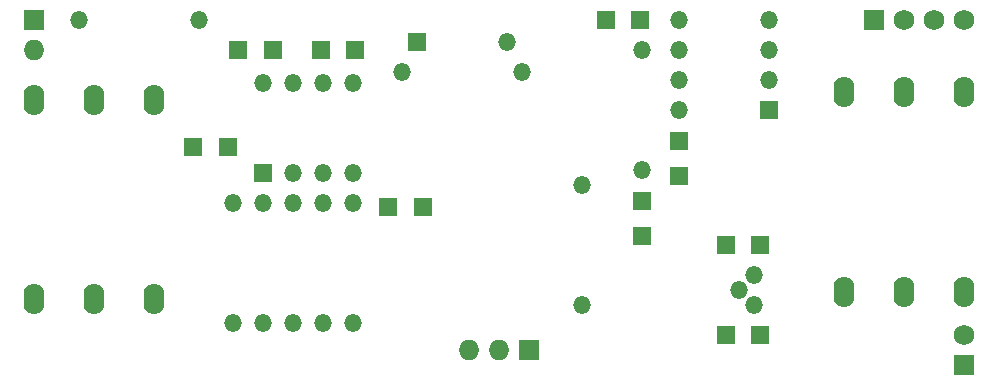
<source format=gbs>
G04 (created by PCBNEW (22-Jun-2014 BZR 4027)-stable) date Sun 11 Feb 2018 06:49:22 AM CST*
%MOIN*%
G04 Gerber Fmt 3.4, Leading zero omitted, Abs format*
%FSLAX34Y34*%
G01*
G70*
G90*
G04 APERTURE LIST*
%ADD10C,0.00590551*%
%ADD11R,0.069X0.069*%
%ADD12O,0.069X0.069*%
%ADD13C,0.069*%
%ADD14O,0.059X0.059*%
%ADD15R,0.059X0.059*%
%ADD16R,0.064X0.059*%
%ADD17R,0.059X0.064*%
%ADD18O,0.069X0.1035*%
G04 APERTURE END LIST*
G54D10*
G54D11*
X63000Y-75500D03*
G54D12*
X62000Y-75500D03*
X61000Y-75500D03*
G54D11*
X74500Y-64500D03*
G54D13*
X75500Y-64500D03*
X76500Y-64500D03*
X77500Y-64500D03*
G54D14*
X70500Y-74000D03*
X70000Y-73500D03*
X70500Y-73000D03*
G54D11*
X77500Y-76000D03*
G54D13*
X77500Y-75000D03*
G54D11*
X46500Y-64500D03*
G54D12*
X46500Y-65500D03*
G54D15*
X54125Y-69625D03*
G54D14*
X55125Y-69625D03*
X56125Y-69625D03*
X57125Y-69625D03*
X57125Y-66625D03*
X56125Y-66625D03*
X54125Y-66625D03*
X55125Y-66625D03*
G54D15*
X71000Y-67500D03*
G54D14*
X71000Y-66500D03*
X71000Y-65500D03*
X71000Y-64500D03*
X68000Y-64500D03*
X68000Y-65500D03*
X68000Y-67500D03*
X68000Y-66500D03*
G54D15*
X59250Y-65250D03*
G54D14*
X62250Y-65250D03*
G54D16*
X58300Y-70750D03*
X59450Y-70750D03*
X66700Y-64500D03*
X65550Y-64500D03*
X70700Y-72000D03*
X69550Y-72000D03*
G54D17*
X68000Y-68550D03*
X68000Y-69700D03*
G54D16*
X70700Y-75000D03*
X69550Y-75000D03*
X54450Y-65500D03*
X53300Y-65500D03*
X52950Y-68750D03*
X51800Y-68750D03*
G54D17*
X66750Y-70550D03*
X66750Y-71700D03*
G54D16*
X56050Y-65500D03*
X57200Y-65500D03*
G54D14*
X64750Y-74000D03*
X64750Y-70000D03*
X66750Y-69500D03*
X66750Y-65500D03*
X57125Y-74625D03*
X57125Y-70625D03*
X56125Y-74625D03*
X56125Y-70625D03*
X55125Y-74625D03*
X55125Y-70625D03*
X54125Y-70625D03*
X54125Y-74625D03*
X53125Y-74625D03*
X53125Y-70625D03*
G54D18*
X73500Y-66922D03*
X73500Y-73577D03*
X75500Y-73577D03*
X75500Y-66922D03*
X77500Y-66922D03*
X77500Y-73577D03*
X46500Y-67172D03*
X46500Y-73827D03*
X48500Y-73827D03*
X48500Y-67172D03*
X50500Y-67172D03*
X50500Y-73827D03*
G54D14*
X48000Y-64500D03*
X52000Y-64500D03*
X58750Y-66250D03*
X62750Y-66250D03*
M02*

</source>
